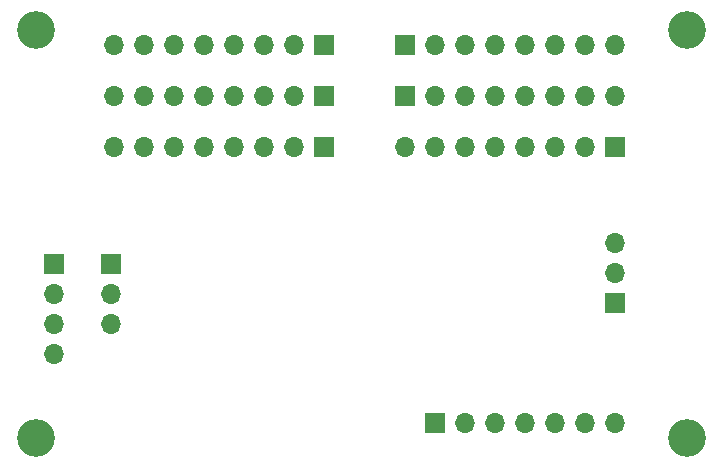
<source format=gbr>
%TF.GenerationSoftware,KiCad,Pcbnew,7.0.9*%
%TF.CreationDate,2023-12-10T22:35:00+01:00*%
%TF.ProjectId,LTC2439-Evaluation-board,4c544332-3433-4392-9d45-76616c756174,rev?*%
%TF.SameCoordinates,Original*%
%TF.FileFunction,Soldermask,Bot*%
%TF.FilePolarity,Negative*%
%FSLAX46Y46*%
G04 Gerber Fmt 4.6, Leading zero omitted, Abs format (unit mm)*
G04 Created by KiCad (PCBNEW 7.0.9) date 2023-12-10 22:35:00*
%MOMM*%
%LPD*%
G01*
G04 APERTURE LIST*
%ADD10R,1.700000X1.700000*%
%ADD11O,1.700000X1.700000*%
%ADD12C,3.200000*%
G04 APERTURE END LIST*
D10*
%TO.C,J4*%
X131318000Y-64262000D03*
D11*
X128778000Y-64262000D03*
X126238000Y-64262000D03*
X123698000Y-64262000D03*
X121158000Y-64262000D03*
X118618000Y-64262000D03*
X116078000Y-64262000D03*
X113538000Y-64262000D03*
%TD*%
D10*
%TO.C,J3*%
X155941000Y-72898000D03*
D11*
X153401000Y-72898000D03*
X150861000Y-72898000D03*
X148321000Y-72898000D03*
X145781000Y-72898000D03*
X143241000Y-72898000D03*
X140701000Y-72898000D03*
X138161000Y-72898000D03*
%TD*%
D10*
%TO.C,J10*%
X113284000Y-82804000D03*
D11*
X113284000Y-85344000D03*
X113284000Y-87884000D03*
%TD*%
D10*
%TO.C,J1*%
X108458000Y-82814000D03*
D11*
X108458000Y-85354000D03*
X108458000Y-87894000D03*
X108458000Y-90434000D03*
%TD*%
%TO.C,J9*%
X155951000Y-96266000D03*
X153411000Y-96266000D03*
X150871000Y-96266000D03*
X148331000Y-96266000D03*
X145791000Y-96266000D03*
X143251000Y-96266000D03*
D10*
X140711000Y-96266000D03*
%TD*%
D12*
%TO.C,H3*%
X162052000Y-97536000D03*
%TD*%
D10*
%TO.C,J6*%
X138176000Y-64262000D03*
D11*
X140716000Y-64262000D03*
X143256000Y-64262000D03*
X145796000Y-64262000D03*
X148336000Y-64262000D03*
X150876000Y-64262000D03*
X153416000Y-64262000D03*
X155956000Y-64262000D03*
%TD*%
D10*
%TO.C,J7*%
X131318000Y-68580000D03*
D11*
X128778000Y-68580000D03*
X126238000Y-68580000D03*
X123698000Y-68580000D03*
X121158000Y-68580000D03*
X118618000Y-68580000D03*
X116078000Y-68580000D03*
X113538000Y-68580000D03*
%TD*%
D12*
%TO.C,H1*%
X106934000Y-62992000D03*
%TD*%
D10*
%TO.C,J2*%
X131318000Y-72898000D03*
D11*
X128778000Y-72898000D03*
X126238000Y-72898000D03*
X123698000Y-72898000D03*
X121158000Y-72898000D03*
X118618000Y-72898000D03*
X116078000Y-72898000D03*
X113538000Y-72898000D03*
%TD*%
D10*
%TO.C,J5*%
X155956000Y-86106000D03*
D11*
X155956000Y-83566000D03*
X155956000Y-81026000D03*
%TD*%
D10*
%TO.C,J8*%
X138176000Y-68580000D03*
D11*
X140716000Y-68580000D03*
X143256000Y-68580000D03*
X145796000Y-68580000D03*
X148336000Y-68580000D03*
X150876000Y-68580000D03*
X153416000Y-68580000D03*
X155956000Y-68580000D03*
%TD*%
D12*
%TO.C,H4*%
X106934000Y-97536000D03*
%TD*%
%TO.C,H2*%
X162052000Y-62992000D03*
%TD*%
M02*

</source>
